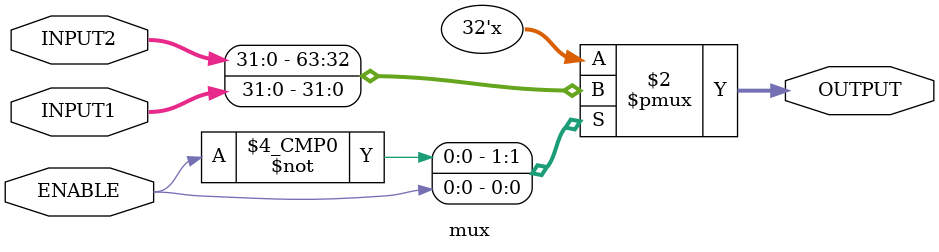
<source format=v>
/*
 * mux module - 
 * select INPUT1 if ENABLE is HIGH
 * select INPUT2 if ENABLE is LOW
 */

module mux(OUTPUT,INPUT1,INPUT2,ENABLE);
    //declare input,output
    input [31:0] INPUT1,INPUT2;
    input ENABLE;
    output reg [31:0]OUTPUT; 

    //always block to SELECT inputs
    always @(*) begin
        #1;
     
        case(ENABLE)

            0: OUTPUT = INPUT2;
            1: OUTPUT = INPUT1;
        endcase

    end
endmodule




</source>
